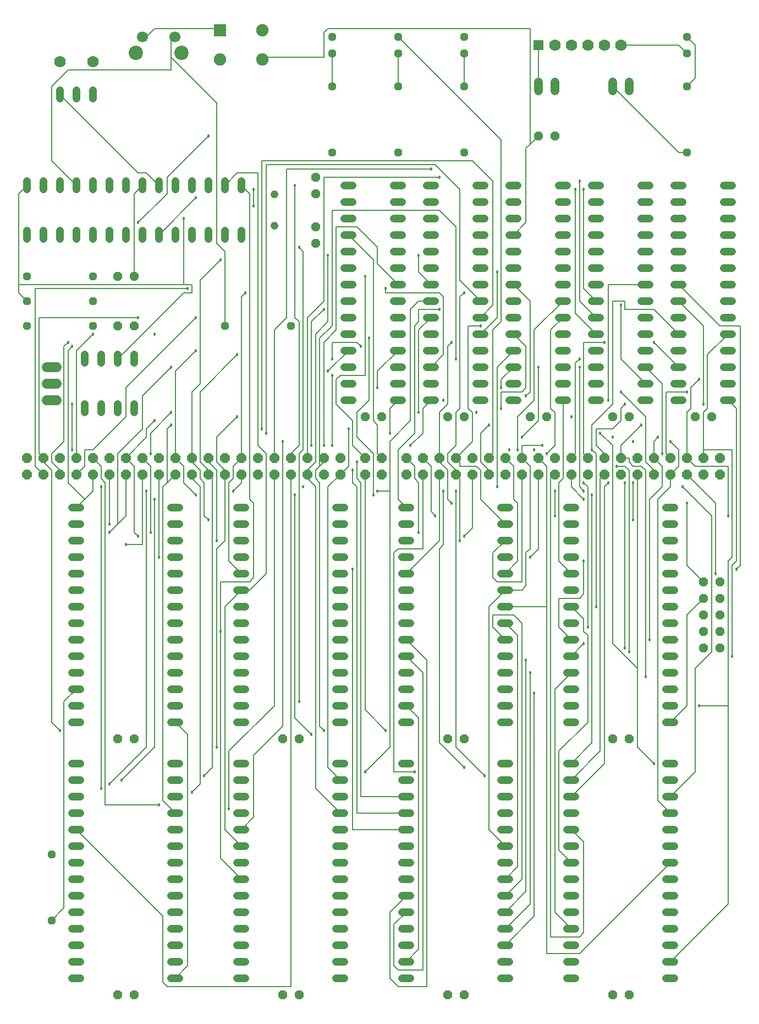
<source format=gbr>
G04 EAGLE Gerber RS-274X export*
G75*
%MOMM*%
%FSLAX34Y34*%
%LPD*%
%INBottom Copper*%
%IPPOS*%
%AMOC8*
5,1,8,0,0,1.08239X$1,22.5*%
G01*
%ADD10C,1.219200*%
%ADD11P,1.649562X8X22.500000*%
%ADD12C,1.219200*%
%ADD13P,1.539592X8X292.500000*%
%ADD14P,1.539592X8X112.500000*%
%ADD15R,1.500000X1.500000*%
%ADD16C,1.778000*%
%ADD17P,1.539592X8X202.500000*%
%ADD18P,1.319650X8X22.500000*%
%ADD19P,1.539592X8X22.500000*%
%ADD20P,1.319650X8X292.500000*%
%ADD21C,1.524000*%
%ADD22C,1.371600*%
%ADD23C,2.200000*%
%ADD24C,1.700000*%
%ADD25R,1.905000X1.905000*%
%ADD26C,1.905000*%
%ADD27P,1.319650X8X112.500000*%
%ADD28P,1.484606X8X112.500000*%
%ADD29C,0.127000*%
%ADD30C,0.457200*%


D10*
X1034796Y444500D02*
X1022604Y444500D01*
X1022604Y469900D02*
X1034796Y469900D01*
X1034796Y495300D02*
X1022604Y495300D01*
X1022604Y520700D02*
X1034796Y520700D01*
X1034796Y546100D02*
X1022604Y546100D01*
X1022604Y571500D02*
X1034796Y571500D01*
X1034796Y596900D02*
X1022604Y596900D01*
X1022604Y622300D02*
X1034796Y622300D01*
X1034796Y647700D02*
X1022604Y647700D01*
X1022604Y673100D02*
X1034796Y673100D01*
X1034796Y698500D02*
X1022604Y698500D01*
X1022604Y723900D02*
X1034796Y723900D01*
X1034796Y749300D02*
X1022604Y749300D01*
X1022604Y774700D02*
X1034796Y774700D01*
X882396Y774700D02*
X870204Y774700D01*
X870204Y749300D02*
X882396Y749300D01*
X882396Y723900D02*
X870204Y723900D01*
X870204Y698500D02*
X882396Y698500D01*
X882396Y673100D02*
X870204Y673100D01*
X870204Y647700D02*
X882396Y647700D01*
X882396Y622300D02*
X870204Y622300D01*
X870204Y596900D02*
X882396Y596900D01*
X882396Y571500D02*
X870204Y571500D01*
X870204Y546100D02*
X882396Y546100D01*
X882396Y520700D02*
X870204Y520700D01*
X870204Y495300D02*
X882396Y495300D01*
X882396Y469900D02*
X870204Y469900D01*
X870204Y444500D02*
X882396Y444500D01*
X1022604Y50800D02*
X1034796Y50800D01*
X1034796Y76200D02*
X1022604Y76200D01*
X1022604Y101600D02*
X1034796Y101600D01*
X1034796Y127000D02*
X1022604Y127000D01*
X1022604Y152400D02*
X1034796Y152400D01*
X1034796Y177800D02*
X1022604Y177800D01*
X1022604Y203200D02*
X1034796Y203200D01*
X1034796Y228600D02*
X1022604Y228600D01*
X1022604Y254000D02*
X1034796Y254000D01*
X1034796Y279400D02*
X1022604Y279400D01*
X1022604Y304800D02*
X1034796Y304800D01*
X1034796Y330200D02*
X1022604Y330200D01*
X1022604Y355600D02*
X1034796Y355600D01*
X1034796Y381000D02*
X1022604Y381000D01*
X882396Y381000D02*
X870204Y381000D01*
X870204Y355600D02*
X882396Y355600D01*
X882396Y330200D02*
X870204Y330200D01*
X870204Y304800D02*
X882396Y304800D01*
X882396Y279400D02*
X870204Y279400D01*
X870204Y254000D02*
X882396Y254000D01*
X882396Y228600D02*
X870204Y228600D01*
X870204Y203200D02*
X882396Y203200D01*
X882396Y177800D02*
X870204Y177800D01*
X870204Y152400D02*
X882396Y152400D01*
X882396Y127000D02*
X870204Y127000D01*
X870204Y101600D02*
X882396Y101600D01*
X882396Y76200D02*
X870204Y76200D01*
X870204Y50800D02*
X882396Y50800D01*
X780796Y444500D02*
X768604Y444500D01*
X768604Y469900D02*
X780796Y469900D01*
X780796Y495300D02*
X768604Y495300D01*
X768604Y520700D02*
X780796Y520700D01*
X780796Y546100D02*
X768604Y546100D01*
X768604Y571500D02*
X780796Y571500D01*
X780796Y596900D02*
X768604Y596900D01*
X768604Y622300D02*
X780796Y622300D01*
X780796Y647700D02*
X768604Y647700D01*
X768604Y673100D02*
X780796Y673100D01*
X780796Y698500D02*
X768604Y698500D01*
X768604Y723900D02*
X780796Y723900D01*
X780796Y749300D02*
X768604Y749300D01*
X768604Y774700D02*
X780796Y774700D01*
X628396Y774700D02*
X616204Y774700D01*
X616204Y749300D02*
X628396Y749300D01*
X628396Y723900D02*
X616204Y723900D01*
X616204Y698500D02*
X628396Y698500D01*
X628396Y673100D02*
X616204Y673100D01*
X616204Y647700D02*
X628396Y647700D01*
X628396Y622300D02*
X616204Y622300D01*
X616204Y596900D02*
X628396Y596900D01*
X628396Y571500D02*
X616204Y571500D01*
X616204Y546100D02*
X628396Y546100D01*
X628396Y520700D02*
X616204Y520700D01*
X616204Y495300D02*
X628396Y495300D01*
X628396Y469900D02*
X616204Y469900D01*
X616204Y444500D02*
X628396Y444500D01*
X768604Y50800D02*
X780796Y50800D01*
X780796Y76200D02*
X768604Y76200D01*
X768604Y101600D02*
X780796Y101600D01*
X780796Y127000D02*
X768604Y127000D01*
X768604Y152400D02*
X780796Y152400D01*
X780796Y177800D02*
X768604Y177800D01*
X768604Y203200D02*
X780796Y203200D01*
X780796Y228600D02*
X768604Y228600D01*
X768604Y254000D02*
X780796Y254000D01*
X780796Y279400D02*
X768604Y279400D01*
X768604Y304800D02*
X780796Y304800D01*
X780796Y330200D02*
X768604Y330200D01*
X768604Y355600D02*
X780796Y355600D01*
X780796Y381000D02*
X768604Y381000D01*
X628396Y381000D02*
X616204Y381000D01*
X616204Y355600D02*
X628396Y355600D01*
X628396Y330200D02*
X616204Y330200D01*
X616204Y304800D02*
X628396Y304800D01*
X628396Y279400D02*
X616204Y279400D01*
X616204Y254000D02*
X628396Y254000D01*
X628396Y228600D02*
X616204Y228600D01*
X616204Y203200D02*
X628396Y203200D01*
X628396Y177800D02*
X616204Y177800D01*
X616204Y152400D02*
X628396Y152400D01*
X628396Y127000D02*
X616204Y127000D01*
X616204Y101600D02*
X628396Y101600D01*
X628396Y76200D02*
X616204Y76200D01*
X616204Y50800D02*
X628396Y50800D01*
X526796Y444500D02*
X514604Y444500D01*
X514604Y469900D02*
X526796Y469900D01*
X526796Y495300D02*
X514604Y495300D01*
X514604Y520700D02*
X526796Y520700D01*
X526796Y546100D02*
X514604Y546100D01*
X514604Y571500D02*
X526796Y571500D01*
X526796Y596900D02*
X514604Y596900D01*
X514604Y622300D02*
X526796Y622300D01*
X526796Y647700D02*
X514604Y647700D01*
X514604Y673100D02*
X526796Y673100D01*
X526796Y698500D02*
X514604Y698500D01*
X514604Y723900D02*
X526796Y723900D01*
X526796Y749300D02*
X514604Y749300D01*
X514604Y774700D02*
X526796Y774700D01*
X374396Y774700D02*
X362204Y774700D01*
X362204Y749300D02*
X374396Y749300D01*
X374396Y723900D02*
X362204Y723900D01*
X362204Y698500D02*
X374396Y698500D01*
X374396Y673100D02*
X362204Y673100D01*
X362204Y647700D02*
X374396Y647700D01*
X374396Y622300D02*
X362204Y622300D01*
X362204Y596900D02*
X374396Y596900D01*
X374396Y571500D02*
X362204Y571500D01*
X362204Y546100D02*
X374396Y546100D01*
X374396Y520700D02*
X362204Y520700D01*
X362204Y495300D02*
X374396Y495300D01*
X374396Y469900D02*
X362204Y469900D01*
X362204Y444500D02*
X374396Y444500D01*
X514604Y50800D02*
X526796Y50800D01*
X526796Y76200D02*
X514604Y76200D01*
X514604Y101600D02*
X526796Y101600D01*
X526796Y127000D02*
X514604Y127000D01*
X514604Y152400D02*
X526796Y152400D01*
X526796Y177800D02*
X514604Y177800D01*
X514604Y203200D02*
X526796Y203200D01*
X526796Y228600D02*
X514604Y228600D01*
X514604Y254000D02*
X526796Y254000D01*
X526796Y279400D02*
X514604Y279400D01*
X514604Y304800D02*
X526796Y304800D01*
X526796Y330200D02*
X514604Y330200D01*
X514604Y355600D02*
X526796Y355600D01*
X526796Y381000D02*
X514604Y381000D01*
X374396Y381000D02*
X362204Y381000D01*
X362204Y355600D02*
X374396Y355600D01*
X374396Y330200D02*
X362204Y330200D01*
X362204Y304800D02*
X374396Y304800D01*
X374396Y279400D02*
X362204Y279400D01*
X362204Y254000D02*
X374396Y254000D01*
X374396Y228600D02*
X362204Y228600D01*
X362204Y203200D02*
X374396Y203200D01*
X374396Y177800D02*
X362204Y177800D01*
X362204Y152400D02*
X374396Y152400D01*
X374396Y127000D02*
X362204Y127000D01*
X362204Y101600D02*
X374396Y101600D01*
X374396Y76200D02*
X362204Y76200D01*
X362204Y50800D02*
X374396Y50800D01*
X272796Y50800D02*
X260604Y50800D01*
X260604Y76200D02*
X272796Y76200D01*
X272796Y101600D02*
X260604Y101600D01*
X260604Y127000D02*
X272796Y127000D01*
X272796Y152400D02*
X260604Y152400D01*
X260604Y177800D02*
X272796Y177800D01*
X272796Y203200D02*
X260604Y203200D01*
X260604Y228600D02*
X272796Y228600D01*
X272796Y254000D02*
X260604Y254000D01*
X260604Y279400D02*
X272796Y279400D01*
X272796Y304800D02*
X260604Y304800D01*
X260604Y330200D02*
X272796Y330200D01*
X272796Y355600D02*
X260604Y355600D01*
X260604Y381000D02*
X272796Y381000D01*
X120396Y381000D02*
X108204Y381000D01*
X108204Y355600D02*
X120396Y355600D01*
X120396Y330200D02*
X108204Y330200D01*
X108204Y304800D02*
X120396Y304800D01*
X120396Y279400D02*
X108204Y279400D01*
X108204Y254000D02*
X120396Y254000D01*
X120396Y228600D02*
X108204Y228600D01*
X108204Y203200D02*
X120396Y203200D01*
X120396Y177800D02*
X108204Y177800D01*
X108204Y152400D02*
X120396Y152400D01*
X120396Y127000D02*
X108204Y127000D01*
X108204Y101600D02*
X120396Y101600D01*
X120396Y76200D02*
X108204Y76200D01*
X108204Y50800D02*
X120396Y50800D01*
D11*
X38100Y825500D03*
X63500Y825500D03*
X88900Y825500D03*
X114300Y825500D03*
X139700Y825500D03*
X165100Y825500D03*
X38100Y850900D03*
X63500Y850900D03*
X88900Y850900D03*
X114300Y850900D03*
X139700Y850900D03*
X165100Y850900D03*
X190500Y825500D03*
X190500Y850900D03*
X215900Y825500D03*
X241300Y825500D03*
X266700Y825500D03*
X292100Y825500D03*
X317500Y825500D03*
X342900Y825500D03*
X215900Y850900D03*
X241300Y850900D03*
X266700Y850900D03*
X292100Y850900D03*
X317500Y850900D03*
X342900Y850900D03*
X368300Y825500D03*
X368300Y850900D03*
X393700Y825500D03*
X419100Y825500D03*
X444500Y825500D03*
X469900Y825500D03*
X495300Y825500D03*
X520700Y825500D03*
X393700Y850900D03*
X419100Y850900D03*
X444500Y850900D03*
X469900Y850900D03*
X495300Y850900D03*
X520700Y850900D03*
D10*
X38100Y1187704D02*
X38100Y1199896D01*
X63500Y1199896D02*
X63500Y1187704D01*
X88900Y1187704D02*
X88900Y1199896D01*
X114300Y1199896D02*
X114300Y1187704D01*
X139700Y1187704D02*
X139700Y1199896D01*
X165100Y1199896D02*
X165100Y1187704D01*
X190500Y1187704D02*
X190500Y1199896D01*
X215900Y1199896D02*
X215900Y1187704D01*
X241300Y1187704D02*
X241300Y1199896D01*
X266700Y1199896D02*
X266700Y1187704D01*
X292100Y1187704D02*
X292100Y1199896D01*
X317500Y1199896D02*
X317500Y1187704D01*
X342900Y1187704D02*
X342900Y1199896D01*
X368300Y1199896D02*
X368300Y1187704D01*
X368300Y1263904D02*
X368300Y1276096D01*
X342900Y1276096D02*
X342900Y1263904D01*
X317500Y1263904D02*
X317500Y1276096D01*
X292100Y1276096D02*
X292100Y1263904D01*
X266700Y1263904D02*
X266700Y1276096D01*
X241300Y1276096D02*
X241300Y1263904D01*
X215900Y1263904D02*
X215900Y1276096D01*
X190500Y1276096D02*
X190500Y1263904D01*
X165100Y1263904D02*
X165100Y1276096D01*
X139700Y1276096D02*
X139700Y1263904D01*
X114300Y1263904D02*
X114300Y1276096D01*
X88900Y1276096D02*
X88900Y1263904D01*
X63500Y1263904D02*
X63500Y1276096D01*
X38100Y1276096D02*
X38100Y1263904D01*
D12*
X419100Y1207770D03*
X419100Y1256030D03*
D13*
X482600Y1282700D03*
X482600Y1257300D03*
D14*
X482600Y1181100D03*
X482600Y1206500D03*
D15*
X825500Y1485900D03*
D16*
X850900Y1485900D03*
X876300Y1485900D03*
X901700Y1485900D03*
X927100Y1485900D03*
X952500Y1485900D03*
D17*
X850900Y1346200D03*
X825500Y1346200D03*
D18*
X38100Y1130300D03*
X139700Y1130300D03*
D19*
X177800Y1130300D03*
X203200Y1130300D03*
X177800Y1054100D03*
X203200Y1054100D03*
D18*
X38100Y1054100D03*
X139700Y1054100D03*
X38100Y1092200D03*
X139700Y1092200D03*
D10*
X127000Y933196D02*
X127000Y921004D01*
X152400Y921004D02*
X152400Y933196D01*
X177800Y933196D02*
X177800Y921004D01*
X203200Y921004D02*
X203200Y933196D01*
X203200Y997204D02*
X203200Y1009396D01*
X177800Y1009396D02*
X177800Y997204D01*
X152400Y997204D02*
X152400Y1009396D01*
X127000Y1009396D02*
X127000Y997204D01*
D20*
X508000Y1498600D03*
X508000Y1473200D03*
X609600Y1498600D03*
X609600Y1473200D03*
X711200Y1498600D03*
X711200Y1473200D03*
X711200Y1422400D03*
X711200Y1320800D03*
X609600Y1422400D03*
X609600Y1320800D03*
X508000Y1422400D03*
X508000Y1320800D03*
D17*
X965200Y25400D03*
X939800Y25400D03*
X965200Y419100D03*
X939800Y419100D03*
X457200Y419100D03*
X431800Y419100D03*
X711200Y419100D03*
X685800Y419100D03*
X457200Y25400D03*
X431800Y25400D03*
D10*
X88900Y1403604D02*
X88900Y1415796D01*
X114300Y1415796D02*
X114300Y1403604D01*
X139700Y1403604D02*
X139700Y1415796D01*
D16*
X88900Y1460500D03*
X139700Y1460500D03*
D21*
X83820Y939800D02*
X68580Y939800D01*
X68580Y965200D02*
X83820Y965200D01*
X83820Y990600D02*
X68580Y990600D01*
D17*
X203200Y25400D03*
X177800Y25400D03*
X711200Y25400D03*
X685800Y25400D03*
X203200Y419100D03*
X177800Y419100D03*
D22*
X939800Y1415542D02*
X939800Y1429258D01*
X965200Y1429258D02*
X965200Y1415542D01*
X825500Y1415542D02*
X825500Y1429258D01*
X850900Y1429258D02*
X850900Y1415542D01*
D23*
X276300Y1473600D03*
X206300Y1473600D03*
D24*
X266300Y1498600D03*
X216300Y1498600D03*
D25*
X335800Y1508400D03*
D26*
X335800Y1463400D03*
X400800Y1463400D03*
X400800Y1508400D03*
D18*
X342900Y1054100D03*
X444500Y1054100D03*
D20*
X1054100Y1498600D03*
X1054100Y1473200D03*
X1054100Y1422400D03*
X1054100Y1320800D03*
D10*
X272796Y444500D02*
X260604Y444500D01*
X260604Y469900D02*
X272796Y469900D01*
X272796Y495300D02*
X260604Y495300D01*
X260604Y520700D02*
X272796Y520700D01*
X272796Y546100D02*
X260604Y546100D01*
X260604Y571500D02*
X272796Y571500D01*
X272796Y596900D02*
X260604Y596900D01*
X260604Y622300D02*
X272796Y622300D01*
X272796Y647700D02*
X260604Y647700D01*
X260604Y673100D02*
X272796Y673100D01*
X272796Y698500D02*
X260604Y698500D01*
X260604Y723900D02*
X272796Y723900D01*
X272796Y749300D02*
X260604Y749300D01*
X260604Y774700D02*
X272796Y774700D01*
X120396Y774700D02*
X108204Y774700D01*
X108204Y749300D02*
X120396Y749300D01*
X120396Y723900D02*
X108204Y723900D01*
X108204Y698500D02*
X120396Y698500D01*
X120396Y673100D02*
X108204Y673100D01*
X108204Y647700D02*
X120396Y647700D01*
X120396Y622300D02*
X108204Y622300D01*
X108204Y596900D02*
X120396Y596900D01*
X120396Y571500D02*
X108204Y571500D01*
X108204Y546100D02*
X120396Y546100D01*
X120396Y520700D02*
X108204Y520700D01*
X108204Y495300D02*
X120396Y495300D01*
X120396Y469900D02*
X108204Y469900D01*
X108204Y444500D02*
X120396Y444500D01*
X857504Y939800D02*
X869696Y939800D01*
X869696Y965200D02*
X857504Y965200D01*
X857504Y990600D02*
X869696Y990600D01*
X869696Y1016000D02*
X857504Y1016000D01*
X857504Y1041400D02*
X869696Y1041400D01*
X869696Y1066800D02*
X857504Y1066800D01*
X857504Y1092200D02*
X869696Y1092200D01*
X869696Y1117600D02*
X857504Y1117600D01*
X857504Y1143000D02*
X869696Y1143000D01*
X869696Y1168400D02*
X857504Y1168400D01*
X857504Y1193800D02*
X869696Y1193800D01*
X869696Y1219200D02*
X857504Y1219200D01*
X857504Y1244600D02*
X869696Y1244600D01*
X869696Y1270000D02*
X857504Y1270000D01*
X793496Y1270000D02*
X781304Y1270000D01*
X781304Y1244600D02*
X793496Y1244600D01*
X793496Y1219200D02*
X781304Y1219200D01*
X781304Y1193800D02*
X793496Y1193800D01*
X793496Y1168400D02*
X781304Y1168400D01*
X781304Y1143000D02*
X793496Y1143000D01*
X793496Y1117600D02*
X781304Y1117600D01*
X781304Y1092200D02*
X793496Y1092200D01*
X793496Y1066800D02*
X781304Y1066800D01*
X781304Y1041400D02*
X793496Y1041400D01*
X793496Y1016000D02*
X781304Y1016000D01*
X781304Y990600D02*
X793496Y990600D01*
X793496Y965200D02*
X781304Y965200D01*
X781304Y939800D02*
X793496Y939800D01*
X984504Y939800D02*
X996696Y939800D01*
X996696Y965200D02*
X984504Y965200D01*
X984504Y990600D02*
X996696Y990600D01*
X996696Y1016000D02*
X984504Y1016000D01*
X984504Y1041400D02*
X996696Y1041400D01*
X996696Y1066800D02*
X984504Y1066800D01*
X984504Y1092200D02*
X996696Y1092200D01*
X996696Y1117600D02*
X984504Y1117600D01*
X984504Y1143000D02*
X996696Y1143000D01*
X996696Y1168400D02*
X984504Y1168400D01*
X984504Y1193800D02*
X996696Y1193800D01*
X996696Y1219200D02*
X984504Y1219200D01*
X984504Y1244600D02*
X996696Y1244600D01*
X996696Y1270000D02*
X984504Y1270000D01*
X920496Y1270000D02*
X908304Y1270000D01*
X908304Y1244600D02*
X920496Y1244600D01*
X920496Y1219200D02*
X908304Y1219200D01*
X908304Y1193800D02*
X920496Y1193800D01*
X920496Y1168400D02*
X908304Y1168400D01*
X908304Y1143000D02*
X920496Y1143000D01*
X920496Y1117600D02*
X908304Y1117600D01*
X908304Y1092200D02*
X920496Y1092200D01*
X920496Y1066800D02*
X908304Y1066800D01*
X908304Y1041400D02*
X920496Y1041400D01*
X920496Y1016000D02*
X908304Y1016000D01*
X908304Y990600D02*
X920496Y990600D01*
X920496Y965200D02*
X908304Y965200D01*
X908304Y939800D02*
X920496Y939800D01*
X742696Y939800D02*
X730504Y939800D01*
X730504Y965200D02*
X742696Y965200D01*
X742696Y990600D02*
X730504Y990600D01*
X730504Y1016000D02*
X742696Y1016000D01*
X742696Y1041400D02*
X730504Y1041400D01*
X730504Y1066800D02*
X742696Y1066800D01*
X742696Y1092200D02*
X730504Y1092200D01*
X730504Y1117600D02*
X742696Y1117600D01*
X742696Y1143000D02*
X730504Y1143000D01*
X730504Y1168400D02*
X742696Y1168400D01*
X742696Y1193800D02*
X730504Y1193800D01*
X730504Y1219200D02*
X742696Y1219200D01*
X742696Y1244600D02*
X730504Y1244600D01*
X730504Y1270000D02*
X742696Y1270000D01*
X666496Y1270000D02*
X654304Y1270000D01*
X654304Y1244600D02*
X666496Y1244600D01*
X666496Y1219200D02*
X654304Y1219200D01*
X654304Y1193800D02*
X666496Y1193800D01*
X666496Y1168400D02*
X654304Y1168400D01*
X654304Y1143000D02*
X666496Y1143000D01*
X666496Y1117600D02*
X654304Y1117600D01*
X654304Y1092200D02*
X666496Y1092200D01*
X666496Y1066800D02*
X654304Y1066800D01*
X654304Y1041400D02*
X666496Y1041400D01*
X666496Y1016000D02*
X654304Y1016000D01*
X654304Y990600D02*
X666496Y990600D01*
X666496Y965200D02*
X654304Y965200D01*
X654304Y939800D02*
X666496Y939800D01*
X615696Y939800D02*
X603504Y939800D01*
X603504Y965200D02*
X615696Y965200D01*
X615696Y990600D02*
X603504Y990600D01*
X603504Y1016000D02*
X615696Y1016000D01*
X615696Y1041400D02*
X603504Y1041400D01*
X603504Y1066800D02*
X615696Y1066800D01*
X615696Y1092200D02*
X603504Y1092200D01*
X603504Y1117600D02*
X615696Y1117600D01*
X615696Y1143000D02*
X603504Y1143000D01*
X603504Y1168400D02*
X615696Y1168400D01*
X615696Y1193800D02*
X603504Y1193800D01*
X603504Y1219200D02*
X615696Y1219200D01*
X615696Y1244600D02*
X603504Y1244600D01*
X603504Y1270000D02*
X615696Y1270000D01*
X539496Y1270000D02*
X527304Y1270000D01*
X527304Y1244600D02*
X539496Y1244600D01*
X539496Y1219200D02*
X527304Y1219200D01*
X527304Y1193800D02*
X539496Y1193800D01*
X539496Y1168400D02*
X527304Y1168400D01*
X527304Y1143000D02*
X539496Y1143000D01*
X539496Y1117600D02*
X527304Y1117600D01*
X527304Y1092200D02*
X539496Y1092200D01*
X539496Y1066800D02*
X527304Y1066800D01*
X527304Y1041400D02*
X539496Y1041400D01*
X539496Y1016000D02*
X527304Y1016000D01*
X527304Y990600D02*
X539496Y990600D01*
X539496Y965200D02*
X527304Y965200D01*
X527304Y939800D02*
X539496Y939800D01*
X1111504Y939800D02*
X1123696Y939800D01*
X1123696Y965200D02*
X1111504Y965200D01*
X1111504Y990600D02*
X1123696Y990600D01*
X1123696Y1016000D02*
X1111504Y1016000D01*
X1111504Y1041400D02*
X1123696Y1041400D01*
X1123696Y1066800D02*
X1111504Y1066800D01*
X1111504Y1092200D02*
X1123696Y1092200D01*
X1123696Y1117600D02*
X1111504Y1117600D01*
X1111504Y1143000D02*
X1123696Y1143000D01*
X1123696Y1168400D02*
X1111504Y1168400D01*
X1111504Y1193800D02*
X1123696Y1193800D01*
X1123696Y1219200D02*
X1111504Y1219200D01*
X1111504Y1244600D02*
X1123696Y1244600D01*
X1123696Y1270000D02*
X1111504Y1270000D01*
X1047496Y1270000D02*
X1035304Y1270000D01*
X1035304Y1244600D02*
X1047496Y1244600D01*
X1047496Y1219200D02*
X1035304Y1219200D01*
X1035304Y1193800D02*
X1047496Y1193800D01*
X1047496Y1168400D02*
X1035304Y1168400D01*
X1035304Y1143000D02*
X1047496Y1143000D01*
X1047496Y1117600D02*
X1035304Y1117600D01*
X1035304Y1092200D02*
X1047496Y1092200D01*
X1047496Y1066800D02*
X1035304Y1066800D01*
X1035304Y1041400D02*
X1047496Y1041400D01*
X1047496Y1016000D02*
X1035304Y1016000D01*
X1035304Y990600D02*
X1047496Y990600D01*
X1047496Y965200D02*
X1035304Y965200D01*
X1035304Y939800D02*
X1047496Y939800D01*
D27*
X76200Y139700D03*
X76200Y241300D03*
D11*
X622300Y825500D03*
X647700Y825500D03*
X673100Y825500D03*
X698500Y825500D03*
X723900Y825500D03*
X749300Y825500D03*
X622300Y850900D03*
X647700Y850900D03*
X673100Y850900D03*
X698500Y850900D03*
X723900Y850900D03*
X749300Y850900D03*
X774700Y825500D03*
X774700Y850900D03*
X800100Y825500D03*
X825500Y825500D03*
X850900Y825500D03*
X876300Y825500D03*
X901700Y825500D03*
X927100Y825500D03*
X800100Y850900D03*
X825500Y850900D03*
X850900Y850900D03*
X876300Y850900D03*
X901700Y850900D03*
X927100Y850900D03*
X952500Y825500D03*
X952500Y850900D03*
X977900Y825500D03*
X1003300Y825500D03*
X1028700Y825500D03*
X1054100Y825500D03*
X1079500Y825500D03*
X1104900Y825500D03*
X977900Y850900D03*
X1003300Y850900D03*
X1028700Y850900D03*
X1054100Y850900D03*
X1079500Y850900D03*
X1104900Y850900D03*
D28*
X1104900Y558800D03*
X1079500Y558800D03*
X1104900Y584200D03*
X1079500Y584200D03*
X1104900Y609600D03*
X1079500Y609600D03*
X1104900Y635000D03*
X1079500Y635000D03*
X1104900Y660400D03*
X1079500Y660400D03*
D19*
X1066800Y914400D03*
X1092200Y914400D03*
X939800Y914400D03*
X965200Y914400D03*
X812800Y914400D03*
X838200Y914400D03*
X685800Y914400D03*
X711200Y914400D03*
X558800Y914400D03*
X584200Y914400D03*
D11*
X558800Y825500D03*
X558800Y850900D03*
X584200Y825500D03*
X584200Y850900D03*
D29*
X1054100Y1473200D02*
X1041400Y1485900D01*
X952500Y1485900D01*
X234950Y1511300D02*
X222250Y1498600D01*
X234950Y1511300D02*
X330200Y1511300D01*
X222250Y1498600D02*
X216300Y1498600D01*
X330200Y1511300D02*
X335800Y1508400D01*
X209550Y1289050D02*
X88900Y1409700D01*
X209550Y1289050D02*
X222250Y1289050D01*
X241300Y1270000D01*
X939800Y1422400D02*
X1041400Y1320800D01*
X1054100Y1320800D01*
X387350Y1263650D02*
X387350Y1238250D01*
D30*
X387350Y1238250D03*
X387350Y1263650D03*
D29*
X254000Y1257300D02*
X209550Y1212850D01*
X254000Y1257300D02*
X254000Y1282700D01*
X317500Y1346200D01*
D30*
X209550Y1212850D03*
X317500Y1346200D03*
D29*
X806450Y1327150D02*
X812800Y1333500D01*
X825500Y1346200D01*
X806450Y1327150D02*
X806450Y1212850D01*
X787400Y1193800D01*
X577850Y857250D02*
X584200Y850900D01*
X577850Y857250D02*
X577850Y901700D01*
X571500Y908050D01*
X571500Y1155700D01*
X533400Y1193800D01*
X495300Y1466850D02*
X406400Y1466850D01*
X495300Y1466850D02*
X495300Y1504950D01*
X501650Y1511300D01*
X812800Y1511300D01*
X812800Y1333500D01*
X406400Y1466850D02*
X400800Y1463400D01*
X38100Y1092200D02*
X25400Y1104900D01*
X25400Y1117600D02*
X25400Y1257300D01*
X25400Y1117600D02*
X25400Y1104900D01*
X25400Y1257300D02*
X38100Y1270000D01*
X279400Y1104900D02*
X177800Y1003300D01*
X279400Y1104900D02*
X292100Y1104900D01*
X292100Y1117600D01*
X279400Y1117600D02*
X25400Y1117600D01*
X279400Y1117600D02*
X292100Y1117600D01*
X279400Y1117600D02*
X279400Y1219200D01*
D30*
X279400Y1219200D03*
D29*
X285750Y1111250D02*
X50800Y1111250D01*
X50800Y838200D01*
X63500Y825500D01*
D30*
X285750Y1111250D03*
D29*
X450850Y450850D02*
X476250Y425450D01*
X450850Y450850D02*
X450850Y793750D01*
X882650Y1073150D02*
X914400Y1041400D01*
X882650Y1073150D02*
X882650Y1263650D01*
X673100Y1282700D02*
X495300Y1282700D01*
X495300Y1092200D01*
X469900Y1066800D01*
X469900Y850900D01*
D30*
X476250Y425450D03*
X450850Y793750D03*
X882650Y1263650D03*
X673100Y1282700D03*
D29*
X488950Y438150D02*
X495300Y431800D01*
X488950Y438150D02*
X488950Y812800D01*
X482600Y819150D01*
X482600Y831850D01*
X488950Y838200D02*
X495300Y844550D01*
X488950Y838200D02*
X482600Y831850D01*
X495300Y844550D02*
X495300Y850900D01*
X698500Y1003300D02*
X698500Y1206500D01*
X673100Y1231900D01*
X508000Y1231900D01*
X508000Y1054100D01*
X488950Y1035050D01*
X488950Y838200D01*
D30*
X495300Y431800D03*
X698500Y1003300D03*
D29*
X673100Y412750D02*
X711200Y374650D01*
X673100Y412750D02*
X673100Y711200D01*
X679450Y717550D01*
X679450Y800100D01*
D30*
X711200Y374650D03*
X679450Y800100D03*
D29*
X698500Y406400D02*
X742950Y361950D01*
X698500Y406400D02*
X698500Y800100D01*
D30*
X742950Y361950D03*
X698500Y800100D03*
D29*
X1085850Y1009650D02*
X1117600Y1041400D01*
X1085850Y1009650D02*
X1085850Y927100D01*
X1079500Y920750D01*
X1079500Y863600D02*
X1079500Y850900D01*
X1079500Y863600D02*
X1079500Y920750D01*
X1079500Y863600D02*
X1123950Y863600D01*
X1123950Y698500D01*
X1117600Y692150D01*
X1117600Y469900D02*
X1117600Y165100D01*
X1117600Y469900D02*
X1117600Y692150D01*
X1117600Y165100D02*
X1028700Y76200D01*
X1073150Y469900D02*
X1117600Y469900D01*
D30*
X1073150Y469900D03*
D29*
X1060450Y958850D02*
X1073150Y971550D01*
X1060450Y958850D02*
X1060450Y927100D01*
X1054100Y920750D01*
X1054100Y850900D01*
X1066800Y838200D01*
X1117600Y838200D01*
X1117600Y762000D01*
X895350Y692150D02*
X895350Y641350D01*
X889000Y635000D01*
X857250Y635000D01*
X857250Y590550D01*
X876300Y571500D01*
X622300Y177800D02*
X596900Y152400D01*
X596900Y50800D01*
X609600Y38100D01*
X654050Y38100D01*
X654050Y539750D01*
X622300Y571500D01*
D30*
X1073150Y971550D03*
X1117600Y762000D03*
X895350Y692150D03*
D29*
X1022350Y952500D02*
X1054100Y952500D01*
X1022350Y952500D02*
X1022350Y857250D01*
X1028700Y850900D01*
X857250Y247650D02*
X876300Y228600D01*
X857250Y247650D02*
X857250Y400050D01*
X901700Y444500D01*
X901700Y577850D01*
X895350Y584200D01*
X895350Y603250D01*
X876300Y622300D01*
D30*
X1054100Y952500D03*
D29*
X1009650Y882650D02*
X1003300Y876300D01*
X1003300Y850900D01*
X1016000Y838200D01*
X1016000Y806450D01*
X996950Y787400D01*
X996950Y571500D01*
X895350Y565150D02*
X876300Y546100D01*
X622300Y152400D02*
X603250Y133350D01*
X603250Y69850D01*
X609600Y63500D01*
X647700Y63500D01*
X647700Y520700D01*
X622300Y546100D01*
D30*
X1009650Y882650D03*
X996950Y571500D03*
X895350Y565150D03*
D29*
X1130300Y927100D02*
X1117600Y939800D01*
X1130300Y927100D02*
X1130300Y692150D01*
X1123950Y685800D01*
X1123950Y546100D01*
X850900Y152400D02*
X876300Y127000D01*
X850900Y152400D02*
X850900Y495300D01*
X876300Y520700D01*
D30*
X1123950Y546100D03*
D29*
X952500Y869950D02*
X984250Y901700D01*
X952500Y869950D02*
X952500Y850900D01*
X965200Y850900D01*
X965200Y844550D01*
X971550Y838200D01*
X984250Y838200D01*
X990600Y831850D01*
X990600Y514350D01*
X819150Y146050D02*
X774700Y101600D01*
X819150Y146050D02*
X819150Y488950D01*
D30*
X984250Y901700D03*
X990600Y514350D03*
X819150Y488950D03*
D29*
X952500Y927100D02*
X958850Y933450D01*
X952500Y927100D02*
X952500Y908050D01*
X939800Y895350D01*
X914400Y895350D01*
X914400Y869950D01*
X927100Y857250D01*
X927100Y850900D01*
X946150Y838200D02*
X958850Y838200D01*
X965200Y831850D01*
X965200Y552450D01*
X812800Y165100D02*
X774700Y127000D01*
X812800Y165100D02*
X812800Y520700D01*
D30*
X958850Y933450D03*
X946150Y838200D03*
X965200Y552450D03*
X812800Y520700D03*
D29*
X1041400Y990600D02*
X1003300Y1028700D01*
X927100Y1028700D02*
X895350Y1028700D01*
X895350Y857250D01*
X901700Y850900D01*
X958850Y812800D02*
X958850Y558800D01*
X806450Y184150D02*
X774700Y152400D01*
X806450Y184150D02*
X806450Y539750D01*
D30*
X1003300Y1028700D03*
X927100Y1028700D03*
X958850Y812800D03*
X958850Y558800D03*
X806450Y539750D03*
D29*
X882650Y996950D02*
X889000Y1003300D01*
X882650Y996950D02*
X882650Y857250D01*
X876300Y850900D01*
X895350Y812800D02*
X901700Y806450D01*
X901700Y590550D01*
X800100Y203200D02*
X774700Y177800D01*
X800100Y203200D02*
X800100Y596900D01*
X787400Y609600D01*
X755650Y609600D01*
X755650Y590550D01*
X774700Y571500D01*
D30*
X889000Y1003300D03*
X895350Y812800D03*
X901700Y590550D03*
D29*
X1041400Y1041400D02*
X1003300Y1079500D01*
X958850Y1079500D01*
X958850Y1092200D01*
X939800Y1092200D01*
X939800Y933450D01*
X908050Y901700D01*
X908050Y863600D01*
X914400Y857250D01*
X914400Y622300D01*
X793750Y222250D02*
X774700Y203200D01*
X793750Y222250D02*
X793750Y577850D01*
X774700Y596900D01*
D30*
X908050Y863600D03*
X914400Y622300D03*
D29*
X838200Y622300D02*
X774700Y622300D01*
X838200Y622300D02*
X838200Y838200D01*
X825500Y850900D01*
X1028700Y228600D02*
X889000Y88900D01*
X838200Y88900D01*
X838200Y622300D01*
D30*
X971550Y876300D03*
D29*
X1079500Y1054100D02*
X1041400Y1092200D01*
X1079500Y1054100D02*
X1079500Y933450D01*
X831850Y869950D02*
X800100Y869950D01*
X800100Y850900D01*
X812800Y838200D01*
X812800Y711200D01*
X806450Y704850D01*
X806450Y654050D01*
X800100Y647700D01*
X774700Y647700D01*
X749300Y279400D02*
X774700Y254000D01*
X749300Y279400D02*
X749300Y622300D01*
X774700Y647700D01*
D30*
X1079500Y933450D03*
X831850Y869950D03*
D29*
X1041400Y1117600D02*
X1104900Y1054100D01*
X1136650Y1054100D01*
X1136650Y685800D01*
X1130300Y679450D01*
X787400Y838200D02*
X774700Y850900D01*
X787400Y838200D02*
X787400Y787400D01*
X793750Y781050D01*
X793750Y692150D01*
X774700Y673100D01*
D30*
X1130300Y679450D03*
D29*
X463550Y1168400D02*
X457200Y1174750D01*
X463550Y1168400D02*
X463550Y863600D01*
X457200Y857250D01*
X457200Y476250D01*
X641350Y95250D02*
X622300Y76200D01*
X641350Y95250D02*
X641350Y450850D01*
X622300Y469900D01*
D30*
X457200Y1174750D03*
X457200Y476250D03*
D29*
X381000Y1257300D02*
X368300Y1270000D01*
X381000Y1257300D02*
X381000Y787400D01*
X387350Y781050D01*
X387350Y666750D01*
X381000Y660400D01*
X336550Y660400D01*
X336550Y584200D02*
X336550Y234950D01*
X336550Y584200D02*
X336550Y660400D01*
X336550Y234950D02*
X368300Y203200D01*
D30*
X336550Y584200D03*
D29*
X114300Y495300D02*
X95250Y476250D01*
X95250Y158750D01*
X76200Y139700D01*
X342900Y1270000D02*
X361950Y1289050D01*
X393700Y1289050D01*
X393700Y869950D01*
X406400Y857250D01*
X406400Y673100D01*
X381000Y647700D01*
X368300Y647700D01*
X342900Y279400D02*
X368300Y254000D01*
X342900Y279400D02*
X342900Y622300D01*
X368300Y647700D01*
X95250Y1022350D02*
X101600Y1028700D01*
X95250Y1022350D02*
X95250Y876300D01*
X76200Y857250D01*
X76200Y844550D01*
X88900Y831850D01*
X88900Y825500D01*
D30*
X101600Y1028700D03*
D29*
X190500Y762000D02*
X177800Y749300D01*
X165100Y736600D01*
X190500Y762000D02*
X190500Y825500D01*
X215900Y946150D02*
X260350Y990600D01*
X215900Y946150D02*
X215900Y895350D01*
X177800Y857250D01*
X177800Y749300D01*
D30*
X165100Y736600D03*
X260350Y990600D03*
D29*
X190500Y958850D02*
X298450Y1066800D01*
X190500Y958850D02*
X190500Y914400D01*
X139700Y863600D01*
X127000Y863600D01*
X127000Y838200D01*
X114300Y825500D01*
D30*
X298450Y1066800D03*
D29*
X139700Y800100D02*
X127000Y787400D01*
X114300Y774700D01*
X139700Y800100D02*
X139700Y825500D01*
X101600Y1016000D02*
X107950Y1022350D01*
X101600Y1016000D02*
X101600Y812800D01*
X127000Y787400D01*
D30*
X107950Y1022350D03*
D29*
X165100Y825500D02*
X165100Y749300D01*
X501650Y984250D02*
X533400Y1016000D01*
D30*
X165100Y749300D03*
X501650Y984250D03*
D29*
X215900Y717550D02*
X190500Y717550D01*
X215900Y717550D02*
X215900Y825500D01*
D30*
X190500Y717550D03*
D29*
X241300Y698500D02*
X241300Y825500D01*
X228600Y889000D02*
X260350Y920750D01*
X228600Y889000D02*
X228600Y857250D01*
D30*
X241300Y698500D03*
X260350Y920750D03*
X228600Y857250D03*
D29*
X247650Y323850D02*
X266700Y304800D01*
X247650Y323850D02*
X247650Y806450D01*
X254000Y812800D02*
X266700Y825500D01*
X254000Y812800D02*
X247650Y806450D01*
X596900Y927100D02*
X609600Y939800D01*
X596900Y927100D02*
X596900Y889000D01*
X260350Y901700D02*
X254000Y895350D01*
X254000Y812800D01*
D30*
X596900Y889000D03*
X260350Y901700D03*
D29*
X241300Y1193800D02*
X298450Y1250950D01*
D30*
X298450Y1250950D03*
D29*
X215900Y1270000D02*
X203200Y1257300D01*
X203200Y1130300D01*
X609600Y1422400D02*
X609600Y1473200D01*
X508000Y1473200D02*
X508000Y1422400D01*
X711200Y1422400D02*
X711200Y1473200D01*
X825500Y1485900D02*
X825500Y1422400D01*
X342900Y1168400D02*
X342900Y1054100D01*
X342900Y1168400D02*
X330200Y1181100D01*
X330200Y1397000D01*
X260350Y1466850D01*
X260350Y1498600D01*
X266300Y1498600D01*
X76200Y1308100D02*
X114300Y1270000D01*
X76200Y1308100D02*
X76200Y1422400D01*
X101600Y1447800D01*
X260350Y1447800D01*
X260350Y1466850D01*
X1054100Y1422400D02*
X1066800Y1435100D01*
X1066800Y1485900D01*
X1054100Y1498600D01*
X1054100Y685800D02*
X1079500Y660400D01*
X1054100Y685800D02*
X1054100Y781050D01*
X755650Y857250D02*
X749300Y850900D01*
X755650Y857250D02*
X755650Y1047750D01*
X768350Y1060450D01*
X768350Y1339850D01*
X609600Y1498600D01*
D30*
X1054100Y781050D03*
D29*
X920750Y400050D02*
X876300Y355600D01*
X920750Y400050D02*
X920750Y819150D01*
X927100Y825500D01*
X806450Y1022350D02*
X787400Y1041400D01*
X806450Y1022350D02*
X806450Y958850D01*
X800100Y952500D01*
X768350Y952500D01*
X768350Y927100D01*
D30*
X768350Y927100D03*
X939800Y882650D03*
D29*
X908050Y412750D02*
X876300Y381000D01*
X908050Y412750D02*
X908050Y793750D01*
X762000Y990600D02*
X787400Y1016000D01*
X762000Y990600D02*
X762000Y806450D01*
D30*
X908050Y793750D03*
X762000Y806450D03*
D29*
X977900Y406400D02*
X1003300Y381000D01*
X977900Y527050D02*
X977900Y825500D01*
X977900Y527050D02*
X977900Y406400D01*
X768350Y971550D02*
X787400Y990600D01*
X768350Y971550D02*
X768350Y958850D01*
X920750Y889000D02*
X939800Y869950D01*
X939800Y565150D01*
X977900Y527050D01*
D30*
X1003300Y381000D03*
X768350Y958850D03*
X920750Y889000D03*
D29*
X1066800Y368300D02*
X1028700Y330200D01*
X1066800Y368300D02*
X1066800Y527050D01*
X1092200Y552450D01*
X1092200Y762000D01*
X1047750Y806450D01*
X990600Y914400D02*
X952500Y952500D01*
X990600Y914400D02*
X990600Y844550D01*
X1003300Y831850D01*
X1003300Y825500D01*
D30*
X1047750Y806450D03*
X952500Y952500D03*
D29*
X825500Y711200D02*
X812800Y698500D01*
X825500Y711200D02*
X825500Y825500D01*
X933450Y1117600D02*
X990600Y1117600D01*
X933450Y1117600D02*
X933450Y939800D01*
D30*
X812800Y698500D03*
X933450Y939800D03*
D29*
X774700Y723900D02*
X755650Y704850D01*
X755650Y666750D01*
X762000Y660400D01*
X800100Y660400D01*
X800100Y825500D01*
X857250Y692150D02*
X876300Y673100D01*
X857250Y692150D02*
X857250Y812800D01*
X863600Y819150D01*
X863600Y939800D01*
X1054100Y825500D02*
X1098550Y781050D01*
X1098550Y673100D01*
D30*
X1098550Y673100D03*
D29*
X889000Y806450D02*
X889000Y990600D01*
X889000Y806450D02*
X895350Y800100D01*
D30*
X889000Y990600D03*
X895350Y800100D03*
D29*
X641350Y812800D02*
X641350Y736600D01*
X641350Y812800D02*
X635000Y819150D01*
X635000Y838200D01*
X622300Y850900D01*
X825500Y908050D02*
X825500Y990600D01*
X825500Y908050D02*
X800100Y882650D01*
D30*
X641350Y736600D03*
X825500Y990600D03*
X800100Y882650D03*
D29*
X666750Y762000D02*
X660400Y768350D01*
X660400Y838200D01*
X647700Y850900D01*
D30*
X666750Y762000D03*
D29*
X850900Y762000D02*
X850900Y800100D01*
X819150Y1047750D02*
X863600Y1092200D01*
X819150Y1047750D02*
X819150Y939800D01*
X793750Y914400D01*
X793750Y863600D01*
D30*
X850900Y762000D03*
X850900Y800100D03*
X793750Y863600D03*
D29*
X1028700Y876300D02*
X1041400Y863600D01*
X1041400Y838200D01*
X1028700Y825500D01*
X1009650Y323850D02*
X1028700Y304800D01*
X1009650Y323850D02*
X1009650Y787400D01*
X1028700Y806450D01*
X1028700Y825500D01*
D30*
X1028700Y876300D03*
D29*
X692150Y781050D02*
X685800Y787400D01*
X685800Y831850D01*
X673100Y844550D01*
X673100Y850900D01*
X685800Y1022350D02*
X692150Y1028700D01*
X685800Y1022350D02*
X685800Y933450D01*
X673100Y920750D01*
X673100Y850900D01*
D30*
X692150Y781050D03*
X692150Y1028700D03*
D29*
X1079500Y635000D02*
X1054100Y609600D01*
X1054100Y469900D01*
X1028700Y444500D01*
X285750Y69850D02*
X266700Y50800D01*
X285750Y69850D02*
X285750Y425450D01*
X266700Y444500D01*
X304800Y349250D02*
X292100Y336550D01*
X304800Y349250D02*
X304800Y806450D01*
X292100Y819150D01*
X292100Y825500D01*
D30*
X292100Y336550D03*
D29*
X311150Y361950D02*
X323850Y374650D01*
X323850Y819150D01*
X317500Y825500D01*
X304800Y952500D02*
X361950Y1009650D01*
X304800Y952500D02*
X304800Y844550D01*
X317500Y831850D01*
X317500Y825500D01*
D30*
X311150Y361950D03*
X361950Y1009650D03*
D29*
X330200Y711200D02*
X330200Y406400D01*
X330200Y711200D02*
X342900Y723900D01*
X342900Y825500D01*
X577850Y984250D02*
X609600Y1016000D01*
X577850Y984250D02*
X577850Y958850D01*
X361950Y914400D02*
X330200Y882650D01*
X330200Y844550D01*
X342900Y831850D01*
X342900Y825500D01*
D30*
X330200Y406400D03*
X577850Y958850D03*
X361950Y914400D03*
D29*
X234950Y406400D02*
X184150Y355600D01*
X234950Y406400D02*
X234950Y787400D01*
X355600Y800100D02*
X368300Y812800D01*
X368300Y825500D01*
X565150Y939800D02*
X565150Y1035050D01*
X565150Y939800D02*
X546100Y920750D01*
X546100Y882650D01*
X571500Y857250D01*
X571500Y793750D01*
D30*
X184150Y355600D03*
X234950Y787400D03*
X355600Y800100D03*
X565150Y1035050D03*
X571500Y793750D03*
D29*
X222250Y406400D02*
X165100Y349250D01*
X222250Y406400D02*
X222250Y800100D01*
X476250Y1060450D02*
X495300Y1079500D01*
X476250Y1060450D02*
X476250Y869950D01*
D30*
X165100Y349250D03*
X222250Y800100D03*
X495300Y1079500D03*
X476250Y869950D03*
D29*
X349250Y400050D02*
X349250Y311150D01*
X349250Y400050D02*
X419100Y469900D01*
X419100Y825500D01*
D30*
X349250Y311150D03*
D29*
X247650Y146050D02*
X114300Y279400D01*
X247650Y146050D02*
X247650Y44450D01*
X254000Y38100D01*
X444500Y38100D01*
X444500Y825500D01*
X609600Y1117600D02*
X577850Y1149350D01*
X577850Y1174750D01*
X546100Y1206500D01*
X514350Y1206500D01*
X514350Y1047750D01*
X495300Y1028700D01*
X495300Y869950D01*
D30*
X495300Y869950D03*
D29*
X482600Y342900D02*
X520700Y304800D01*
X482600Y342900D02*
X482600Y806450D01*
X469900Y819150D01*
X469900Y825500D01*
X660400Y1117600D02*
X641350Y1136650D01*
X641350Y1162050D01*
X501650Y1162050D02*
X501650Y1060450D01*
X482600Y1041400D01*
X482600Y844550D01*
X469900Y831850D01*
X469900Y825500D01*
D30*
X641350Y1162050D03*
X501650Y1162050D03*
D29*
X596900Y406400D02*
X558800Y368300D01*
X596900Y800100D02*
X596900Y876300D01*
X596900Y800100D02*
X596900Y406400D01*
X596900Y876300D02*
X628650Y908050D01*
X628650Y1079500D01*
X641350Y1092200D01*
X660400Y1092200D01*
X596900Y800100D02*
X577850Y800100D01*
D30*
X558800Y368300D03*
X577850Y800100D03*
D29*
X501650Y374650D02*
X520700Y355600D01*
X501650Y374650D02*
X501650Y806450D01*
X520700Y825500D01*
X641350Y1047750D02*
X660400Y1066800D01*
X641350Y1047750D02*
X641350Y920750D01*
X533400Y895350D02*
X533400Y838200D01*
X520700Y825500D01*
D30*
X641350Y920750D03*
X533400Y895350D03*
D29*
X76200Y444500D02*
X88900Y431800D01*
X76200Y444500D02*
X76200Y831850D01*
X63500Y844550D01*
X63500Y850900D01*
X57150Y1066800D02*
X209550Y1066800D01*
X57150Y1066800D02*
X57150Y857250D01*
X63500Y850900D01*
D30*
X88900Y431800D03*
X234950Y1041400D03*
X209550Y1066800D03*
D29*
X152400Y806450D02*
X152400Y342900D01*
X660400Y990600D02*
X679450Y1009650D01*
X679450Y1098550D01*
X673100Y1104900D01*
X590550Y1104900D01*
X590550Y1111250D01*
X139700Y1041400D02*
X114300Y1016000D01*
X114300Y850900D01*
D30*
X152400Y342900D03*
X152400Y806450D03*
X590550Y1111250D03*
X139700Y1041400D03*
D29*
X158750Y317500D02*
X241300Y317500D01*
X158750Y317500D02*
X158750Y812800D01*
X152400Y819150D01*
X152400Y838200D01*
X139700Y850900D01*
D30*
X241300Y317500D03*
D29*
X552450Y1022350D02*
X546100Y1028700D01*
X508000Y1028700D01*
X508000Y1003300D01*
X107950Y933450D02*
X107950Y863600D01*
D30*
X552450Y1022350D03*
X508000Y1003300D03*
X107950Y933450D03*
X107950Y863600D03*
D29*
X647700Y927100D02*
X660400Y939800D01*
X647700Y927100D02*
X647700Y889000D01*
X628650Y869950D01*
X431800Y876300D02*
X431800Y438150D01*
X387350Y393700D01*
X387350Y298450D01*
X368300Y279400D01*
D30*
X628650Y869950D03*
X431800Y876300D03*
D29*
X209550Y730250D02*
X203200Y736600D01*
X203200Y838200D01*
X190500Y850900D01*
X222250Y895350D02*
X234950Y908050D01*
X222250Y895350D02*
X222250Y882650D01*
X190500Y850900D01*
D30*
X209550Y730250D03*
X234950Y908050D03*
D29*
X228600Y838200D02*
X228600Y736600D01*
X228600Y838200D02*
X215900Y850900D01*
D30*
X228600Y736600D03*
X679450Y939800D03*
D29*
X508000Y977900D02*
X508000Y869950D01*
D30*
X508000Y977900D03*
X508000Y869950D03*
X463550Y806450D03*
D29*
X298450Y793750D02*
X279400Y812800D01*
X279400Y838200D01*
X266700Y850900D01*
X266700Y984250D02*
X298450Y1016000D01*
X266700Y984250D02*
X266700Y850900D01*
D30*
X298450Y793750D03*
X298450Y1016000D03*
D29*
X311150Y762000D02*
X317500Y755650D01*
X311150Y762000D02*
X311150Y812800D01*
X304800Y819150D01*
X304800Y831850D01*
X292100Y844550D01*
X292100Y850900D01*
X736600Y1041400D02*
X762000Y1066800D01*
X762000Y1136650D01*
X336550Y1155700D02*
X304800Y1123950D01*
X304800Y965200D01*
X292100Y952500D01*
X292100Y850900D01*
D30*
X317500Y755650D03*
X762000Y1136650D03*
X336550Y1155700D03*
D29*
X330200Y831850D02*
X330200Y723900D01*
X330200Y831850D02*
X317500Y844550D01*
X317500Y850900D01*
X736600Y1066800D02*
X755650Y1085850D01*
X755650Y1276350D01*
X723900Y1308100D01*
X400050Y1308100D01*
X400050Y895350D01*
D30*
X330200Y723900D03*
X400050Y895350D03*
D29*
X704850Y1123950D02*
X736600Y1092200D01*
X704850Y1123950D02*
X704850Y1263650D01*
X666750Y1301750D01*
X406400Y1301750D01*
X406400Y889000D01*
D30*
X406400Y889000D03*
D29*
X349250Y692150D02*
X368300Y673100D01*
X349250Y692150D02*
X349250Y812800D01*
X355600Y819150D01*
X355600Y838200D01*
X368300Y850900D01*
X368300Y1098550D02*
X374650Y1104900D01*
X368300Y1098550D02*
X368300Y850900D01*
D30*
X374650Y1104900D03*
D29*
X539750Y279400D02*
X622300Y279400D01*
X539750Y279400D02*
X539750Y679450D01*
D30*
X539750Y679450D03*
X730250Y920750D03*
D29*
X622300Y304800D02*
X546100Y304800D01*
X546100Y806450D01*
X539750Y812800D01*
X539750Y831850D01*
X895350Y1111250D02*
X914400Y1092200D01*
X895350Y1111250D02*
X895350Y1263650D01*
X660400Y1295400D02*
X438150Y1295400D01*
X438150Y1066800D01*
X419100Y1047750D01*
X419100Y850900D01*
D30*
X539750Y831850D03*
X895350Y1263650D03*
X660400Y1295400D03*
D29*
X622300Y330200D02*
X552450Y330200D01*
X552450Y812800D01*
X546100Y819150D01*
X546100Y844550D01*
X889000Y1092200D02*
X914400Y1066800D01*
X889000Y1092200D02*
X889000Y1276350D01*
X450850Y1270000D02*
X450850Y1066800D01*
X457200Y1060450D01*
X457200Y869950D01*
X444500Y857250D01*
X444500Y850900D01*
D30*
X546100Y844550D03*
X889000Y1276350D03*
X450850Y1270000D03*
D29*
X603250Y368300D02*
X635000Y368300D01*
X603250Y368300D02*
X603250Y704850D01*
X609600Y711200D01*
X647700Y711200D01*
X647700Y825500D01*
D30*
X635000Y368300D03*
X819150Y863600D03*
D29*
X673100Y723900D02*
X622300Y673100D01*
X673100Y723900D02*
X673100Y825500D01*
D30*
X876300Y914400D03*
X781050Y863600D03*
D29*
X704850Y819150D02*
X704850Y723900D01*
X704850Y819150D02*
X698500Y825500D01*
X952500Y1003300D02*
X990600Y965200D01*
X952500Y1003300D02*
X952500Y1085850D01*
X711200Y1104900D02*
X704850Y1098550D01*
X704850Y927100D01*
X698500Y920750D01*
X698500Y869950D01*
X685800Y857250D01*
X685800Y844550D01*
X698500Y831850D01*
X698500Y825500D01*
D30*
X704850Y723900D03*
X952500Y1085850D03*
X711200Y1104900D03*
D29*
X723900Y742950D02*
X711200Y730250D01*
X723900Y742950D02*
X723900Y825500D01*
X990600Y990600D02*
X1016000Y965200D01*
X1016000Y857250D01*
X971550Y812800D02*
X971550Y755650D01*
D30*
X711200Y730250D03*
X1016000Y857250D03*
X971550Y812800D03*
X971550Y755650D03*
D29*
X673100Y1079500D02*
X641350Y1079500D01*
X641350Y1060450D01*
X635000Y1054100D01*
X635000Y889000D01*
X609600Y863600D01*
X609600Y787400D01*
X622300Y774700D01*
D30*
X673100Y1079500D03*
D29*
X876300Y279400D02*
X895350Y260350D01*
X895350Y120650D01*
X889000Y114300D01*
X844550Y114300D01*
X844550Y819150D01*
X850900Y825500D01*
X812800Y1092200D02*
X787400Y1117600D01*
X812800Y1092200D02*
X812800Y952500D01*
X806450Y946150D01*
D30*
X806450Y946150D03*
D29*
X749300Y901700D02*
X736600Y889000D01*
X736600Y844550D01*
X749300Y831850D01*
X749300Y825500D01*
D30*
X749300Y901700D03*
D29*
X927100Y381000D02*
X876300Y330200D01*
X927100Y381000D02*
X927100Y806450D01*
X933450Y812800D01*
D30*
X933450Y812800D03*
D29*
X895350Y787400D02*
X876300Y806450D01*
X876300Y825500D01*
X844550Y1047750D02*
X863600Y1066800D01*
X844550Y1047750D02*
X844550Y927100D01*
X850900Y920750D01*
X850900Y869950D01*
X838200Y857250D01*
D30*
X895350Y787400D03*
X838200Y857250D03*
D29*
X736600Y787400D02*
X774700Y749300D01*
X736600Y787400D02*
X736600Y831850D01*
X730250Y838200D01*
X704850Y838200D01*
X704850Y844550D01*
X698500Y850900D01*
X717550Y1054100D02*
X736600Y1054100D01*
X717550Y1054100D02*
X717550Y927100D01*
X723900Y920750D01*
X723900Y876300D01*
X698500Y850900D01*
D30*
X736600Y1054100D03*
D29*
X558800Y463550D02*
X590550Y431800D01*
X558800Y463550D02*
X558800Y825500D01*
D30*
X590550Y431800D03*
D29*
X558800Y850900D02*
X539750Y869950D01*
X539750Y908050D01*
X514350Y933450D01*
X514350Y971550D01*
X520700Y977900D01*
X558800Y977900D01*
X558800Y1130300D01*
D30*
X558800Y1130300D03*
M02*

</source>
